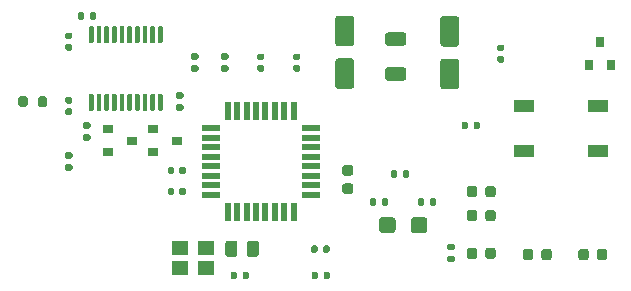
<source format=gtp>
G04 #@! TF.GenerationSoftware,KiCad,Pcbnew,(5.1.10-1-10_14)*
G04 #@! TF.CreationDate,2021-10-23T22:51:03+02:00*
G04 #@! TF.ProjectId,roodialino,726f6f64-6961-46c6-996e-6f2e6b696361,1.0*
G04 #@! TF.SameCoordinates,Original*
G04 #@! TF.FileFunction,Paste,Top*
G04 #@! TF.FilePolarity,Positive*
%FSLAX46Y46*%
G04 Gerber Fmt 4.6, Leading zero omitted, Abs format (unit mm)*
G04 Created by KiCad (PCBNEW (5.1.10-1-10_14)) date 2021-10-23 22:51:03*
%MOMM*%
%LPD*%
G01*
G04 APERTURE LIST*
%ADD10R,1.400000X1.200000*%
%ADD11R,0.800000X0.900000*%
%ADD12R,0.900000X0.800000*%
%ADD13R,1.700000X1.000000*%
%ADD14R,1.600000X0.550000*%
%ADD15R,0.550000X1.600000*%
G04 APERTURE END LIST*
G36*
G01*
X152926000Y-114763999D02*
X152926000Y-115614001D01*
G75*
G02*
X152676001Y-115864000I-249999J0D01*
G01*
X151775999Y-115864000D01*
G75*
G02*
X151526000Y-115614001I0J249999D01*
G01*
X151526000Y-114763999D01*
G75*
G02*
X151775999Y-114514000I249999J0D01*
G01*
X152676001Y-114514000D01*
G75*
G02*
X152926000Y-114763999I0J-249999D01*
G01*
G37*
G36*
G01*
X150226000Y-114763999D02*
X150226000Y-115614001D01*
G75*
G02*
X149976001Y-115864000I-249999J0D01*
G01*
X149075999Y-115864000D01*
G75*
G02*
X148826000Y-115614001I0J249999D01*
G01*
X148826000Y-114763999D01*
G75*
G02*
X149075999Y-114514000I249999J0D01*
G01*
X149976001Y-114514000D01*
G75*
G02*
X150226000Y-114763999I0J-249999D01*
G01*
G37*
G36*
G01*
X150382000Y-110686000D02*
X150382000Y-111056000D01*
G75*
G02*
X150247000Y-111191000I-135000J0D01*
G01*
X149977000Y-111191000D01*
G75*
G02*
X149842000Y-111056000I0J135000D01*
G01*
X149842000Y-110686000D01*
G75*
G02*
X149977000Y-110551000I135000J0D01*
G01*
X150247000Y-110551000D01*
G75*
G02*
X150382000Y-110686000I0J-135000D01*
G01*
G37*
G36*
G01*
X151402000Y-110686000D02*
X151402000Y-111056000D01*
G75*
G02*
X151267000Y-111191000I-135000J0D01*
G01*
X150997000Y-111191000D01*
G75*
G02*
X150862000Y-111056000I0J135000D01*
G01*
X150862000Y-110686000D01*
G75*
G02*
X150997000Y-110551000I135000J0D01*
G01*
X151267000Y-110551000D01*
G75*
G02*
X151402000Y-110686000I0J-135000D01*
G01*
G37*
D10*
X131996000Y-118833000D03*
X134196000Y-118833000D03*
X134196000Y-117133000D03*
X131996000Y-117133000D03*
G36*
G01*
X146428000Y-112557000D02*
X145928000Y-112557000D01*
G75*
G02*
X145703000Y-112332000I0J225000D01*
G01*
X145703000Y-111882000D01*
G75*
G02*
X145928000Y-111657000I225000J0D01*
G01*
X146428000Y-111657000D01*
G75*
G02*
X146653000Y-111882000I0J-225000D01*
G01*
X146653000Y-112332000D01*
G75*
G02*
X146428000Y-112557000I-225000J0D01*
G01*
G37*
G36*
G01*
X146428000Y-111007000D02*
X145928000Y-111007000D01*
G75*
G02*
X145703000Y-110782000I0J225000D01*
G01*
X145703000Y-110332000D01*
G75*
G02*
X145928000Y-110107000I225000J0D01*
G01*
X146428000Y-110107000D01*
G75*
G02*
X146653000Y-110332000I0J-225000D01*
G01*
X146653000Y-110782000D01*
G75*
G02*
X146428000Y-111007000I-225000J0D01*
G01*
G37*
G36*
G01*
X131900000Y-110740000D02*
X131900000Y-110400000D01*
G75*
G02*
X132040000Y-110260000I140000J0D01*
G01*
X132320000Y-110260000D01*
G75*
G02*
X132460000Y-110400000I0J-140000D01*
G01*
X132460000Y-110740000D01*
G75*
G02*
X132320000Y-110880000I-140000J0D01*
G01*
X132040000Y-110880000D01*
G75*
G02*
X131900000Y-110740000I0J140000D01*
G01*
G37*
G36*
G01*
X130940000Y-110740000D02*
X130940000Y-110400000D01*
G75*
G02*
X131080000Y-110260000I140000J0D01*
G01*
X131360000Y-110260000D01*
G75*
G02*
X131500000Y-110400000I0J-140000D01*
G01*
X131500000Y-110740000D01*
G75*
G02*
X131360000Y-110880000I-140000J0D01*
G01*
X131080000Y-110880000D01*
G75*
G02*
X130940000Y-110740000I0J140000D01*
G01*
G37*
G36*
G01*
X130940000Y-112518000D02*
X130940000Y-112178000D01*
G75*
G02*
X131080000Y-112038000I140000J0D01*
G01*
X131360000Y-112038000D01*
G75*
G02*
X131500000Y-112178000I0J-140000D01*
G01*
X131500000Y-112518000D01*
G75*
G02*
X131360000Y-112658000I-140000J0D01*
G01*
X131080000Y-112658000D01*
G75*
G02*
X130940000Y-112518000I0J140000D01*
G01*
G37*
G36*
G01*
X131900000Y-112518000D02*
X131900000Y-112178000D01*
G75*
G02*
X132040000Y-112038000I140000J0D01*
G01*
X132320000Y-112038000D01*
G75*
G02*
X132460000Y-112178000I0J-140000D01*
G01*
X132460000Y-112518000D01*
G75*
G02*
X132320000Y-112658000I-140000J0D01*
G01*
X132040000Y-112658000D01*
G75*
G02*
X131900000Y-112518000I0J140000D01*
G01*
G37*
G36*
G01*
X150892001Y-102968000D02*
X149591999Y-102968000D01*
G75*
G02*
X149342000Y-102718001I0J249999D01*
G01*
X149342000Y-102067999D01*
G75*
G02*
X149591999Y-101818000I249999J0D01*
G01*
X150892001Y-101818000D01*
G75*
G02*
X151142000Y-102067999I0J-249999D01*
G01*
X151142000Y-102718001D01*
G75*
G02*
X150892001Y-102968000I-249999J0D01*
G01*
G37*
G36*
G01*
X150892001Y-100018000D02*
X149591999Y-100018000D01*
G75*
G02*
X149342000Y-99768001I0J249999D01*
G01*
X149342000Y-99117999D01*
G75*
G02*
X149591999Y-98868000I249999J0D01*
G01*
X150892001Y-98868000D01*
G75*
G02*
X151142000Y-99117999I0J-249999D01*
G01*
X151142000Y-99768001D01*
G75*
G02*
X150892001Y-100018000I-249999J0D01*
G01*
G37*
G36*
G01*
X158706000Y-112091750D02*
X158706000Y-112604250D01*
G75*
G02*
X158487250Y-112823000I-218750J0D01*
G01*
X158049750Y-112823000D01*
G75*
G02*
X157831000Y-112604250I0J218750D01*
G01*
X157831000Y-112091750D01*
G75*
G02*
X158049750Y-111873000I218750J0D01*
G01*
X158487250Y-111873000D01*
G75*
G02*
X158706000Y-112091750I0J-218750D01*
G01*
G37*
G36*
G01*
X157131000Y-112091750D02*
X157131000Y-112604250D01*
G75*
G02*
X156912250Y-112823000I-218750J0D01*
G01*
X156474750Y-112823000D01*
G75*
G02*
X156256000Y-112604250I0J218750D01*
G01*
X156256000Y-112091750D01*
G75*
G02*
X156474750Y-111873000I218750J0D01*
G01*
X156912250Y-111873000D01*
G75*
G02*
X157131000Y-112091750I0J-218750D01*
G01*
G37*
G36*
G01*
X157131000Y-114123750D02*
X157131000Y-114636250D01*
G75*
G02*
X156912250Y-114855000I-218750J0D01*
G01*
X156474750Y-114855000D01*
G75*
G02*
X156256000Y-114636250I0J218750D01*
G01*
X156256000Y-114123750D01*
G75*
G02*
X156474750Y-113905000I218750J0D01*
G01*
X156912250Y-113905000D01*
G75*
G02*
X157131000Y-114123750I0J-218750D01*
G01*
G37*
G36*
G01*
X158706000Y-114123750D02*
X158706000Y-114636250D01*
G75*
G02*
X158487250Y-114855000I-218750J0D01*
G01*
X158049750Y-114855000D01*
G75*
G02*
X157831000Y-114636250I0J218750D01*
G01*
X157831000Y-114123750D01*
G75*
G02*
X158049750Y-113905000I218750J0D01*
G01*
X158487250Y-113905000D01*
G75*
G02*
X158706000Y-114123750I0J-218750D01*
G01*
G37*
G36*
G01*
X158706000Y-117324150D02*
X158706000Y-117836650D01*
G75*
G02*
X158487250Y-118055400I-218750J0D01*
G01*
X158049750Y-118055400D01*
G75*
G02*
X157831000Y-117836650I0J218750D01*
G01*
X157831000Y-117324150D01*
G75*
G02*
X158049750Y-117105400I218750J0D01*
G01*
X158487250Y-117105400D01*
G75*
G02*
X158706000Y-117324150I0J-218750D01*
G01*
G37*
G36*
G01*
X157131000Y-117324150D02*
X157131000Y-117836650D01*
G75*
G02*
X156912250Y-118055400I-218750J0D01*
G01*
X156474750Y-118055400D01*
G75*
G02*
X156256000Y-117836650I0J218750D01*
G01*
X156256000Y-117324150D01*
G75*
G02*
X156474750Y-117105400I218750J0D01*
G01*
X156912250Y-117105400D01*
G75*
G02*
X157131000Y-117324150I0J-218750D01*
G01*
G37*
D11*
X167514000Y-99664000D03*
X168464000Y-101664000D03*
X166564000Y-101664000D03*
D12*
X125874000Y-107080000D03*
X125874000Y-108980000D03*
X127874000Y-108030000D03*
X129684000Y-107080000D03*
X129684000Y-108980000D03*
X131684000Y-108030000D03*
G36*
G01*
X138661200Y-116745598D02*
X138661200Y-117645602D01*
G75*
G02*
X138411202Y-117895600I-249998J0D01*
G01*
X137886198Y-117895600D01*
G75*
G02*
X137636200Y-117645602I0J249998D01*
G01*
X137636200Y-116745598D01*
G75*
G02*
X137886198Y-116495600I249998J0D01*
G01*
X138411202Y-116495600D01*
G75*
G02*
X138661200Y-116745598I0J-249998D01*
G01*
G37*
G36*
G01*
X136836200Y-116745598D02*
X136836200Y-117645602D01*
G75*
G02*
X136586202Y-117895600I-249998J0D01*
G01*
X136061198Y-117895600D01*
G75*
G02*
X135811200Y-117645602I0J249998D01*
G01*
X135811200Y-116745598D01*
G75*
G02*
X136061198Y-116495600I249998J0D01*
G01*
X136586202Y-116495600D01*
G75*
G02*
X136836200Y-116745598I0J-249998D01*
G01*
G37*
G36*
G01*
X136793000Y-119275000D02*
X136793000Y-119645000D01*
G75*
G02*
X136658000Y-119780000I-135000J0D01*
G01*
X136388000Y-119780000D01*
G75*
G02*
X136253000Y-119645000I0J135000D01*
G01*
X136253000Y-119275000D01*
G75*
G02*
X136388000Y-119140000I135000J0D01*
G01*
X136658000Y-119140000D01*
G75*
G02*
X136793000Y-119275000I0J-135000D01*
G01*
G37*
G36*
G01*
X137813000Y-119275000D02*
X137813000Y-119645000D01*
G75*
G02*
X137678000Y-119780000I-135000J0D01*
G01*
X137408000Y-119780000D01*
G75*
G02*
X137273000Y-119645000I0J135000D01*
G01*
X137273000Y-119275000D01*
G75*
G02*
X137408000Y-119140000I135000J0D01*
G01*
X137678000Y-119140000D01*
G75*
G02*
X137813000Y-119275000I0J-135000D01*
G01*
G37*
G36*
G01*
X143111000Y-119645000D02*
X143111000Y-119275000D01*
G75*
G02*
X143246000Y-119140000I135000J0D01*
G01*
X143516000Y-119140000D01*
G75*
G02*
X143651000Y-119275000I0J-135000D01*
G01*
X143651000Y-119645000D01*
G75*
G02*
X143516000Y-119780000I-135000J0D01*
G01*
X143246000Y-119780000D01*
G75*
G02*
X143111000Y-119645000I0J135000D01*
G01*
G37*
G36*
G01*
X144131000Y-119645000D02*
X144131000Y-119275000D01*
G75*
G02*
X144266000Y-119140000I135000J0D01*
G01*
X144536000Y-119140000D01*
G75*
G02*
X144671000Y-119275000I0J-135000D01*
G01*
X144671000Y-119645000D01*
G75*
G02*
X144536000Y-119780000I-135000J0D01*
G01*
X144266000Y-119780000D01*
G75*
G02*
X144131000Y-119645000I0J135000D01*
G01*
G37*
G36*
G01*
X124319000Y-97670200D02*
X124319000Y-97300200D01*
G75*
G02*
X124454000Y-97165200I135000J0D01*
G01*
X124724000Y-97165200D01*
G75*
G02*
X124859000Y-97300200I0J-135000D01*
G01*
X124859000Y-97670200D01*
G75*
G02*
X124724000Y-97805200I-135000J0D01*
G01*
X124454000Y-97805200D01*
G75*
G02*
X124319000Y-97670200I0J135000D01*
G01*
G37*
G36*
G01*
X123299000Y-97670200D02*
X123299000Y-97300200D01*
G75*
G02*
X123434000Y-97165200I135000J0D01*
G01*
X123704000Y-97165200D01*
G75*
G02*
X123839000Y-97300200I0J-135000D01*
G01*
X123839000Y-97670200D01*
G75*
G02*
X123704000Y-97805200I-135000J0D01*
G01*
X123434000Y-97805200D01*
G75*
G02*
X123299000Y-97670200I0J135000D01*
G01*
G37*
G36*
G01*
X122741000Y-109568000D02*
X122371000Y-109568000D01*
G75*
G02*
X122236000Y-109433000I0J135000D01*
G01*
X122236000Y-109163000D01*
G75*
G02*
X122371000Y-109028000I135000J0D01*
G01*
X122741000Y-109028000D01*
G75*
G02*
X122876000Y-109163000I0J-135000D01*
G01*
X122876000Y-109433000D01*
G75*
G02*
X122741000Y-109568000I-135000J0D01*
G01*
G37*
G36*
G01*
X122741000Y-110588000D02*
X122371000Y-110588000D01*
G75*
G02*
X122236000Y-110453000I0J135000D01*
G01*
X122236000Y-110183000D01*
G75*
G02*
X122371000Y-110048000I135000J0D01*
G01*
X122741000Y-110048000D01*
G75*
G02*
X122876000Y-110183000I0J-135000D01*
G01*
X122876000Y-110453000D01*
G75*
G02*
X122741000Y-110588000I-135000J0D01*
G01*
G37*
G36*
G01*
X133409000Y-102206000D02*
X133039000Y-102206000D01*
G75*
G02*
X132904000Y-102071000I0J135000D01*
G01*
X132904000Y-101801000D01*
G75*
G02*
X133039000Y-101666000I135000J0D01*
G01*
X133409000Y-101666000D01*
G75*
G02*
X133544000Y-101801000I0J-135000D01*
G01*
X133544000Y-102071000D01*
G75*
G02*
X133409000Y-102206000I-135000J0D01*
G01*
G37*
G36*
G01*
X133409000Y-101186000D02*
X133039000Y-101186000D01*
G75*
G02*
X132904000Y-101051000I0J135000D01*
G01*
X132904000Y-100781000D01*
G75*
G02*
X133039000Y-100646000I135000J0D01*
G01*
X133409000Y-100646000D01*
G75*
G02*
X133544000Y-100781000I0J-135000D01*
G01*
X133544000Y-101051000D01*
G75*
G02*
X133409000Y-101186000I-135000J0D01*
G01*
G37*
G36*
G01*
X123895000Y-106488000D02*
X124265000Y-106488000D01*
G75*
G02*
X124400000Y-106623000I0J-135000D01*
G01*
X124400000Y-106893000D01*
G75*
G02*
X124265000Y-107028000I-135000J0D01*
G01*
X123895000Y-107028000D01*
G75*
G02*
X123760000Y-106893000I0J135000D01*
G01*
X123760000Y-106623000D01*
G75*
G02*
X123895000Y-106488000I135000J0D01*
G01*
G37*
G36*
G01*
X123895000Y-107508000D02*
X124265000Y-107508000D01*
G75*
G02*
X124400000Y-107643000I0J-135000D01*
G01*
X124400000Y-107913000D01*
G75*
G02*
X124265000Y-108048000I-135000J0D01*
G01*
X123895000Y-108048000D01*
G75*
G02*
X123760000Y-107913000I0J135000D01*
G01*
X123760000Y-107643000D01*
G75*
G02*
X123895000Y-107508000I135000J0D01*
G01*
G37*
G36*
G01*
X132139000Y-104488000D02*
X131769000Y-104488000D01*
G75*
G02*
X131634000Y-104353000I0J135000D01*
G01*
X131634000Y-104083000D01*
G75*
G02*
X131769000Y-103948000I135000J0D01*
G01*
X132139000Y-103948000D01*
G75*
G02*
X132274000Y-104083000I0J-135000D01*
G01*
X132274000Y-104353000D01*
G75*
G02*
X132139000Y-104488000I-135000J0D01*
G01*
G37*
G36*
G01*
X132139000Y-105508000D02*
X131769000Y-105508000D01*
G75*
G02*
X131634000Y-105373000I0J135000D01*
G01*
X131634000Y-105103000D01*
G75*
G02*
X131769000Y-104968000I135000J0D01*
G01*
X132139000Y-104968000D01*
G75*
G02*
X132274000Y-105103000I0J-135000D01*
G01*
X132274000Y-105373000D01*
G75*
G02*
X132139000Y-105508000I-135000J0D01*
G01*
G37*
D13*
X167362000Y-108914000D03*
X161062000Y-108914000D03*
X167362000Y-105114000D03*
X161062000Y-105114000D03*
D14*
X134562000Y-107008000D03*
X134562000Y-107808000D03*
X134562000Y-108608000D03*
X134562000Y-109408000D03*
X134562000Y-110208000D03*
X134562000Y-111008000D03*
X134562000Y-111808000D03*
X134562000Y-112608000D03*
D15*
X136012000Y-114058000D03*
X136812000Y-114058000D03*
X137612000Y-114058000D03*
X138412000Y-114058000D03*
X139212000Y-114058000D03*
X140012000Y-114058000D03*
X140812000Y-114058000D03*
X141612000Y-114058000D03*
D14*
X143062000Y-112608000D03*
X143062000Y-111808000D03*
X143062000Y-111008000D03*
X143062000Y-110208000D03*
X143062000Y-109408000D03*
X143062000Y-108608000D03*
X143062000Y-107808000D03*
X143062000Y-107008000D03*
D15*
X141612000Y-105558000D03*
X140812000Y-105558000D03*
X140012000Y-105558000D03*
X139212000Y-105558000D03*
X138412000Y-105558000D03*
X137612000Y-105558000D03*
X136812000Y-105558000D03*
X136012000Y-105558000D03*
G36*
G01*
X130207000Y-98334000D02*
X130407000Y-98334000D01*
G75*
G02*
X130507000Y-98434000I0J-100000D01*
G01*
X130507000Y-99709000D01*
G75*
G02*
X130407000Y-99809000I-100000J0D01*
G01*
X130207000Y-99809000D01*
G75*
G02*
X130107000Y-99709000I0J100000D01*
G01*
X130107000Y-98434000D01*
G75*
G02*
X130207000Y-98334000I100000J0D01*
G01*
G37*
G36*
G01*
X129557000Y-98334000D02*
X129757000Y-98334000D01*
G75*
G02*
X129857000Y-98434000I0J-100000D01*
G01*
X129857000Y-99709000D01*
G75*
G02*
X129757000Y-99809000I-100000J0D01*
G01*
X129557000Y-99809000D01*
G75*
G02*
X129457000Y-99709000I0J100000D01*
G01*
X129457000Y-98434000D01*
G75*
G02*
X129557000Y-98334000I100000J0D01*
G01*
G37*
G36*
G01*
X128907000Y-98334000D02*
X129107000Y-98334000D01*
G75*
G02*
X129207000Y-98434000I0J-100000D01*
G01*
X129207000Y-99709000D01*
G75*
G02*
X129107000Y-99809000I-100000J0D01*
G01*
X128907000Y-99809000D01*
G75*
G02*
X128807000Y-99709000I0J100000D01*
G01*
X128807000Y-98434000D01*
G75*
G02*
X128907000Y-98334000I100000J0D01*
G01*
G37*
G36*
G01*
X128257000Y-98334000D02*
X128457000Y-98334000D01*
G75*
G02*
X128557000Y-98434000I0J-100000D01*
G01*
X128557000Y-99709000D01*
G75*
G02*
X128457000Y-99809000I-100000J0D01*
G01*
X128257000Y-99809000D01*
G75*
G02*
X128157000Y-99709000I0J100000D01*
G01*
X128157000Y-98434000D01*
G75*
G02*
X128257000Y-98334000I100000J0D01*
G01*
G37*
G36*
G01*
X127607000Y-98334000D02*
X127807000Y-98334000D01*
G75*
G02*
X127907000Y-98434000I0J-100000D01*
G01*
X127907000Y-99709000D01*
G75*
G02*
X127807000Y-99809000I-100000J0D01*
G01*
X127607000Y-99809000D01*
G75*
G02*
X127507000Y-99709000I0J100000D01*
G01*
X127507000Y-98434000D01*
G75*
G02*
X127607000Y-98334000I100000J0D01*
G01*
G37*
G36*
G01*
X126957000Y-98334000D02*
X127157000Y-98334000D01*
G75*
G02*
X127257000Y-98434000I0J-100000D01*
G01*
X127257000Y-99709000D01*
G75*
G02*
X127157000Y-99809000I-100000J0D01*
G01*
X126957000Y-99809000D01*
G75*
G02*
X126857000Y-99709000I0J100000D01*
G01*
X126857000Y-98434000D01*
G75*
G02*
X126957000Y-98334000I100000J0D01*
G01*
G37*
G36*
G01*
X126307000Y-98334000D02*
X126507000Y-98334000D01*
G75*
G02*
X126607000Y-98434000I0J-100000D01*
G01*
X126607000Y-99709000D01*
G75*
G02*
X126507000Y-99809000I-100000J0D01*
G01*
X126307000Y-99809000D01*
G75*
G02*
X126207000Y-99709000I0J100000D01*
G01*
X126207000Y-98434000D01*
G75*
G02*
X126307000Y-98334000I100000J0D01*
G01*
G37*
G36*
G01*
X125657000Y-98334000D02*
X125857000Y-98334000D01*
G75*
G02*
X125957000Y-98434000I0J-100000D01*
G01*
X125957000Y-99709000D01*
G75*
G02*
X125857000Y-99809000I-100000J0D01*
G01*
X125657000Y-99809000D01*
G75*
G02*
X125557000Y-99709000I0J100000D01*
G01*
X125557000Y-98434000D01*
G75*
G02*
X125657000Y-98334000I100000J0D01*
G01*
G37*
G36*
G01*
X125007000Y-98334000D02*
X125207000Y-98334000D01*
G75*
G02*
X125307000Y-98434000I0J-100000D01*
G01*
X125307000Y-99709000D01*
G75*
G02*
X125207000Y-99809000I-100000J0D01*
G01*
X125007000Y-99809000D01*
G75*
G02*
X124907000Y-99709000I0J100000D01*
G01*
X124907000Y-98434000D01*
G75*
G02*
X125007000Y-98334000I100000J0D01*
G01*
G37*
G36*
G01*
X124357000Y-98334000D02*
X124557000Y-98334000D01*
G75*
G02*
X124657000Y-98434000I0J-100000D01*
G01*
X124657000Y-99709000D01*
G75*
G02*
X124557000Y-99809000I-100000J0D01*
G01*
X124357000Y-99809000D01*
G75*
G02*
X124257000Y-99709000I0J100000D01*
G01*
X124257000Y-98434000D01*
G75*
G02*
X124357000Y-98334000I100000J0D01*
G01*
G37*
G36*
G01*
X124357000Y-104059000D02*
X124557000Y-104059000D01*
G75*
G02*
X124657000Y-104159000I0J-100000D01*
G01*
X124657000Y-105434000D01*
G75*
G02*
X124557000Y-105534000I-100000J0D01*
G01*
X124357000Y-105534000D01*
G75*
G02*
X124257000Y-105434000I0J100000D01*
G01*
X124257000Y-104159000D01*
G75*
G02*
X124357000Y-104059000I100000J0D01*
G01*
G37*
G36*
G01*
X125007000Y-104059000D02*
X125207000Y-104059000D01*
G75*
G02*
X125307000Y-104159000I0J-100000D01*
G01*
X125307000Y-105434000D01*
G75*
G02*
X125207000Y-105534000I-100000J0D01*
G01*
X125007000Y-105534000D01*
G75*
G02*
X124907000Y-105434000I0J100000D01*
G01*
X124907000Y-104159000D01*
G75*
G02*
X125007000Y-104059000I100000J0D01*
G01*
G37*
G36*
G01*
X125657000Y-104059000D02*
X125857000Y-104059000D01*
G75*
G02*
X125957000Y-104159000I0J-100000D01*
G01*
X125957000Y-105434000D01*
G75*
G02*
X125857000Y-105534000I-100000J0D01*
G01*
X125657000Y-105534000D01*
G75*
G02*
X125557000Y-105434000I0J100000D01*
G01*
X125557000Y-104159000D01*
G75*
G02*
X125657000Y-104059000I100000J0D01*
G01*
G37*
G36*
G01*
X126307000Y-104059000D02*
X126507000Y-104059000D01*
G75*
G02*
X126607000Y-104159000I0J-100000D01*
G01*
X126607000Y-105434000D01*
G75*
G02*
X126507000Y-105534000I-100000J0D01*
G01*
X126307000Y-105534000D01*
G75*
G02*
X126207000Y-105434000I0J100000D01*
G01*
X126207000Y-104159000D01*
G75*
G02*
X126307000Y-104059000I100000J0D01*
G01*
G37*
G36*
G01*
X126957000Y-104059000D02*
X127157000Y-104059000D01*
G75*
G02*
X127257000Y-104159000I0J-100000D01*
G01*
X127257000Y-105434000D01*
G75*
G02*
X127157000Y-105534000I-100000J0D01*
G01*
X126957000Y-105534000D01*
G75*
G02*
X126857000Y-105434000I0J100000D01*
G01*
X126857000Y-104159000D01*
G75*
G02*
X126957000Y-104059000I100000J0D01*
G01*
G37*
G36*
G01*
X127607000Y-104059000D02*
X127807000Y-104059000D01*
G75*
G02*
X127907000Y-104159000I0J-100000D01*
G01*
X127907000Y-105434000D01*
G75*
G02*
X127807000Y-105534000I-100000J0D01*
G01*
X127607000Y-105534000D01*
G75*
G02*
X127507000Y-105434000I0J100000D01*
G01*
X127507000Y-104159000D01*
G75*
G02*
X127607000Y-104059000I100000J0D01*
G01*
G37*
G36*
G01*
X128257000Y-104059000D02*
X128457000Y-104059000D01*
G75*
G02*
X128557000Y-104159000I0J-100000D01*
G01*
X128557000Y-105434000D01*
G75*
G02*
X128457000Y-105534000I-100000J0D01*
G01*
X128257000Y-105534000D01*
G75*
G02*
X128157000Y-105434000I0J100000D01*
G01*
X128157000Y-104159000D01*
G75*
G02*
X128257000Y-104059000I100000J0D01*
G01*
G37*
G36*
G01*
X128907000Y-104059000D02*
X129107000Y-104059000D01*
G75*
G02*
X129207000Y-104159000I0J-100000D01*
G01*
X129207000Y-105434000D01*
G75*
G02*
X129107000Y-105534000I-100000J0D01*
G01*
X128907000Y-105534000D01*
G75*
G02*
X128807000Y-105434000I0J100000D01*
G01*
X128807000Y-104159000D01*
G75*
G02*
X128907000Y-104059000I100000J0D01*
G01*
G37*
G36*
G01*
X129557000Y-104059000D02*
X129757000Y-104059000D01*
G75*
G02*
X129857000Y-104159000I0J-100000D01*
G01*
X129857000Y-105434000D01*
G75*
G02*
X129757000Y-105534000I-100000J0D01*
G01*
X129557000Y-105534000D01*
G75*
G02*
X129457000Y-105434000I0J100000D01*
G01*
X129457000Y-104159000D01*
G75*
G02*
X129557000Y-104059000I100000J0D01*
G01*
G37*
G36*
G01*
X130207000Y-104059000D02*
X130407000Y-104059000D01*
G75*
G02*
X130507000Y-104159000I0J-100000D01*
G01*
X130507000Y-105434000D01*
G75*
G02*
X130407000Y-105534000I-100000J0D01*
G01*
X130207000Y-105534000D01*
G75*
G02*
X130107000Y-105434000I0J100000D01*
G01*
X130107000Y-104159000D01*
G75*
G02*
X130207000Y-104059000I100000J0D01*
G01*
G37*
G36*
G01*
X135949000Y-102206000D02*
X135579000Y-102206000D01*
G75*
G02*
X135444000Y-102071000I0J135000D01*
G01*
X135444000Y-101801000D01*
G75*
G02*
X135579000Y-101666000I135000J0D01*
G01*
X135949000Y-101666000D01*
G75*
G02*
X136084000Y-101801000I0J-135000D01*
G01*
X136084000Y-102071000D01*
G75*
G02*
X135949000Y-102206000I-135000J0D01*
G01*
G37*
G36*
G01*
X135949000Y-101186000D02*
X135579000Y-101186000D01*
G75*
G02*
X135444000Y-101051000I0J135000D01*
G01*
X135444000Y-100781000D01*
G75*
G02*
X135579000Y-100646000I135000J0D01*
G01*
X135949000Y-100646000D01*
G75*
G02*
X136084000Y-100781000I0J-135000D01*
G01*
X136084000Y-101051000D01*
G75*
G02*
X135949000Y-101186000I-135000J0D01*
G01*
G37*
G36*
G01*
X155363000Y-100084000D02*
X154263000Y-100084000D01*
G75*
G02*
X154013000Y-99834000I0J250000D01*
G01*
X154013000Y-97734000D01*
G75*
G02*
X154263000Y-97484000I250000J0D01*
G01*
X155363000Y-97484000D01*
G75*
G02*
X155613000Y-97734000I0J-250000D01*
G01*
X155613000Y-99834000D01*
G75*
G02*
X155363000Y-100084000I-250000J0D01*
G01*
G37*
G36*
G01*
X155363000Y-103684000D02*
X154263000Y-103684000D01*
G75*
G02*
X154013000Y-103434000I0J250000D01*
G01*
X154013000Y-101334000D01*
G75*
G02*
X154263000Y-101084000I250000J0D01*
G01*
X155363000Y-101084000D01*
G75*
G02*
X155613000Y-101334000I0J-250000D01*
G01*
X155613000Y-103434000D01*
G75*
G02*
X155363000Y-103684000I-250000J0D01*
G01*
G37*
G36*
G01*
X146473000Y-103662000D02*
X145373000Y-103662000D01*
G75*
G02*
X145123000Y-103412000I0J250000D01*
G01*
X145123000Y-101312000D01*
G75*
G02*
X145373000Y-101062000I250000J0D01*
G01*
X146473000Y-101062000D01*
G75*
G02*
X146723000Y-101312000I0J-250000D01*
G01*
X146723000Y-103412000D01*
G75*
G02*
X146473000Y-103662000I-250000J0D01*
G01*
G37*
G36*
G01*
X146473000Y-100062000D02*
X145373000Y-100062000D01*
G75*
G02*
X145123000Y-99812000I0J250000D01*
G01*
X145123000Y-97712000D01*
G75*
G02*
X145373000Y-97462000I250000J0D01*
G01*
X146473000Y-97462000D01*
G75*
G02*
X146723000Y-97712000I0J-250000D01*
G01*
X146723000Y-99812000D01*
G75*
G02*
X146473000Y-100062000I-250000J0D01*
G01*
G37*
G36*
G01*
X157372000Y-106575000D02*
X157372000Y-106945000D01*
G75*
G02*
X157237000Y-107080000I-135000J0D01*
G01*
X156967000Y-107080000D01*
G75*
G02*
X156832000Y-106945000I0J135000D01*
G01*
X156832000Y-106575000D01*
G75*
G02*
X156967000Y-106440000I135000J0D01*
G01*
X157237000Y-106440000D01*
G75*
G02*
X157372000Y-106575000I0J-135000D01*
G01*
G37*
G36*
G01*
X156352000Y-106575000D02*
X156352000Y-106945000D01*
G75*
G02*
X156217000Y-107080000I-135000J0D01*
G01*
X155947000Y-107080000D01*
G75*
G02*
X155812000Y-106945000I0J135000D01*
G01*
X155812000Y-106575000D01*
G75*
G02*
X155947000Y-106440000I135000J0D01*
G01*
X156217000Y-106440000D01*
G75*
G02*
X156352000Y-106575000I0J-135000D01*
G01*
G37*
G36*
G01*
X144645600Y-117036000D02*
X144645600Y-117406000D01*
G75*
G02*
X144510600Y-117541000I-135000J0D01*
G01*
X144240600Y-117541000D01*
G75*
G02*
X144105600Y-117406000I0J135000D01*
G01*
X144105600Y-117036000D01*
G75*
G02*
X144240600Y-116901000I135000J0D01*
G01*
X144510600Y-116901000D01*
G75*
G02*
X144645600Y-117036000I0J-135000D01*
G01*
G37*
G36*
G01*
X143625600Y-117036000D02*
X143625600Y-117406000D01*
G75*
G02*
X143490600Y-117541000I-135000J0D01*
G01*
X143220600Y-117541000D01*
G75*
G02*
X143085600Y-117406000I0J135000D01*
G01*
X143085600Y-117036000D01*
G75*
G02*
X143220600Y-116901000I135000J0D01*
G01*
X143490600Y-116901000D01*
G75*
G02*
X143625600Y-117036000I0J-135000D01*
G01*
G37*
G36*
G01*
X152669000Y-113052000D02*
X152669000Y-113422000D01*
G75*
G02*
X152534000Y-113557000I-135000J0D01*
G01*
X152264000Y-113557000D01*
G75*
G02*
X152129000Y-113422000I0J135000D01*
G01*
X152129000Y-113052000D01*
G75*
G02*
X152264000Y-112917000I135000J0D01*
G01*
X152534000Y-112917000D01*
G75*
G02*
X152669000Y-113052000I0J-135000D01*
G01*
G37*
G36*
G01*
X153689000Y-113052000D02*
X153689000Y-113422000D01*
G75*
G02*
X153554000Y-113557000I-135000J0D01*
G01*
X153284000Y-113557000D01*
G75*
G02*
X153149000Y-113422000I0J135000D01*
G01*
X153149000Y-113052000D01*
G75*
G02*
X153284000Y-112917000I135000J0D01*
G01*
X153554000Y-112917000D01*
G75*
G02*
X153689000Y-113052000I0J-135000D01*
G01*
G37*
G36*
G01*
X149625000Y-113052000D02*
X149625000Y-113422000D01*
G75*
G02*
X149490000Y-113557000I-135000J0D01*
G01*
X149220000Y-113557000D01*
G75*
G02*
X149085000Y-113422000I0J135000D01*
G01*
X149085000Y-113052000D01*
G75*
G02*
X149220000Y-112917000I135000J0D01*
G01*
X149490000Y-112917000D01*
G75*
G02*
X149625000Y-113052000I0J-135000D01*
G01*
G37*
G36*
G01*
X148605000Y-113052000D02*
X148605000Y-113422000D01*
G75*
G02*
X148470000Y-113557000I-135000J0D01*
G01*
X148200000Y-113557000D01*
G75*
G02*
X148065000Y-113422000I0J135000D01*
G01*
X148065000Y-113052000D01*
G75*
G02*
X148200000Y-112917000I135000J0D01*
G01*
X148470000Y-112917000D01*
G75*
G02*
X148605000Y-113052000I0J-135000D01*
G01*
G37*
G36*
G01*
X138642000Y-100666000D02*
X138982000Y-100666000D01*
G75*
G02*
X139122000Y-100806000I0J-140000D01*
G01*
X139122000Y-101086000D01*
G75*
G02*
X138982000Y-101226000I-140000J0D01*
G01*
X138642000Y-101226000D01*
G75*
G02*
X138502000Y-101086000I0J140000D01*
G01*
X138502000Y-100806000D01*
G75*
G02*
X138642000Y-100666000I140000J0D01*
G01*
G37*
G36*
G01*
X138642000Y-101626000D02*
X138982000Y-101626000D01*
G75*
G02*
X139122000Y-101766000I0J-140000D01*
G01*
X139122000Y-102046000D01*
G75*
G02*
X138982000Y-102186000I-140000J0D01*
G01*
X138642000Y-102186000D01*
G75*
G02*
X138502000Y-102046000I0J140000D01*
G01*
X138502000Y-101766000D01*
G75*
G02*
X138642000Y-101626000I140000J0D01*
G01*
G37*
G36*
G01*
X158962000Y-99904000D02*
X159302000Y-99904000D01*
G75*
G02*
X159442000Y-100044000I0J-140000D01*
G01*
X159442000Y-100324000D01*
G75*
G02*
X159302000Y-100464000I-140000J0D01*
G01*
X158962000Y-100464000D01*
G75*
G02*
X158822000Y-100324000I0J140000D01*
G01*
X158822000Y-100044000D01*
G75*
G02*
X158962000Y-99904000I140000J0D01*
G01*
G37*
G36*
G01*
X158962000Y-100864000D02*
X159302000Y-100864000D01*
G75*
G02*
X159442000Y-101004000I0J-140000D01*
G01*
X159442000Y-101284000D01*
G75*
G02*
X159302000Y-101424000I-140000J0D01*
G01*
X158962000Y-101424000D01*
G75*
G02*
X158822000Y-101284000I0J140000D01*
G01*
X158822000Y-101004000D01*
G75*
G02*
X158962000Y-100864000I140000J0D01*
G01*
G37*
G36*
G01*
X141690000Y-101626000D02*
X142030000Y-101626000D01*
G75*
G02*
X142170000Y-101766000I0J-140000D01*
G01*
X142170000Y-102046000D01*
G75*
G02*
X142030000Y-102186000I-140000J0D01*
G01*
X141690000Y-102186000D01*
G75*
G02*
X141550000Y-102046000I0J140000D01*
G01*
X141550000Y-101766000D01*
G75*
G02*
X141690000Y-101626000I140000J0D01*
G01*
G37*
G36*
G01*
X141690000Y-100666000D02*
X142030000Y-100666000D01*
G75*
G02*
X142170000Y-100806000I0J-140000D01*
G01*
X142170000Y-101086000D01*
G75*
G02*
X142030000Y-101226000I-140000J0D01*
G01*
X141690000Y-101226000D01*
G75*
G02*
X141550000Y-101086000I0J140000D01*
G01*
X141550000Y-100806000D01*
G75*
G02*
X141690000Y-100666000I140000J0D01*
G01*
G37*
G36*
G01*
X122386000Y-104345200D02*
X122726000Y-104345200D01*
G75*
G02*
X122866000Y-104485200I0J-140000D01*
G01*
X122866000Y-104765200D01*
G75*
G02*
X122726000Y-104905200I-140000J0D01*
G01*
X122386000Y-104905200D01*
G75*
G02*
X122246000Y-104765200I0J140000D01*
G01*
X122246000Y-104485200D01*
G75*
G02*
X122386000Y-104345200I140000J0D01*
G01*
G37*
G36*
G01*
X122386000Y-105305200D02*
X122726000Y-105305200D01*
G75*
G02*
X122866000Y-105445200I0J-140000D01*
G01*
X122866000Y-105725200D01*
G75*
G02*
X122726000Y-105865200I-140000J0D01*
G01*
X122386000Y-105865200D01*
G75*
G02*
X122246000Y-105725200I0J140000D01*
G01*
X122246000Y-105445200D01*
G75*
G02*
X122386000Y-105305200I140000J0D01*
G01*
G37*
G36*
G01*
X122386000Y-99848000D02*
X122726000Y-99848000D01*
G75*
G02*
X122866000Y-99988000I0J-140000D01*
G01*
X122866000Y-100268000D01*
G75*
G02*
X122726000Y-100408000I-140000J0D01*
G01*
X122386000Y-100408000D01*
G75*
G02*
X122246000Y-100268000I0J140000D01*
G01*
X122246000Y-99988000D01*
G75*
G02*
X122386000Y-99848000I140000J0D01*
G01*
G37*
G36*
G01*
X122386000Y-98888000D02*
X122726000Y-98888000D01*
G75*
G02*
X122866000Y-99028000I0J-140000D01*
G01*
X122866000Y-99308000D01*
G75*
G02*
X122726000Y-99448000I-140000J0D01*
G01*
X122386000Y-99448000D01*
G75*
G02*
X122246000Y-99308000I0J140000D01*
G01*
X122246000Y-99028000D01*
G75*
G02*
X122386000Y-98888000I140000J0D01*
G01*
G37*
G36*
G01*
X163455800Y-117425750D02*
X163455800Y-117938250D01*
G75*
G02*
X163237050Y-118157000I-218750J0D01*
G01*
X162799550Y-118157000D01*
G75*
G02*
X162580800Y-117938250I0J218750D01*
G01*
X162580800Y-117425750D01*
G75*
G02*
X162799550Y-117207000I218750J0D01*
G01*
X163237050Y-117207000D01*
G75*
G02*
X163455800Y-117425750I0J-218750D01*
G01*
G37*
G36*
G01*
X161880800Y-117425750D02*
X161880800Y-117938250D01*
G75*
G02*
X161662050Y-118157000I-218750J0D01*
G01*
X161224550Y-118157000D01*
G75*
G02*
X161005800Y-117938250I0J218750D01*
G01*
X161005800Y-117425750D01*
G75*
G02*
X161224550Y-117207000I218750J0D01*
G01*
X161662050Y-117207000D01*
G75*
G02*
X161880800Y-117425750I0J-218750D01*
G01*
G37*
G36*
G01*
X166582100Y-117425750D02*
X166582100Y-117938250D01*
G75*
G02*
X166363350Y-118157000I-218750J0D01*
G01*
X165925850Y-118157000D01*
G75*
G02*
X165707100Y-117938250I0J218750D01*
G01*
X165707100Y-117425750D01*
G75*
G02*
X165925850Y-117207000I218750J0D01*
G01*
X166363350Y-117207000D01*
G75*
G02*
X166582100Y-117425750I0J-218750D01*
G01*
G37*
G36*
G01*
X168157100Y-117425750D02*
X168157100Y-117938250D01*
G75*
G02*
X167938350Y-118157000I-218750J0D01*
G01*
X167500850Y-118157000D01*
G75*
G02*
X167282100Y-117938250I0J218750D01*
G01*
X167282100Y-117425750D01*
G75*
G02*
X167500850Y-117207000I218750J0D01*
G01*
X167938350Y-117207000D01*
G75*
G02*
X168157100Y-117425750I0J-218750D01*
G01*
G37*
G36*
G01*
X120733000Y-104453000D02*
X120733000Y-105003000D01*
G75*
G02*
X120533000Y-105203000I-200000J0D01*
G01*
X120133000Y-105203000D01*
G75*
G02*
X119933000Y-105003000I0J200000D01*
G01*
X119933000Y-104453000D01*
G75*
G02*
X120133000Y-104253000I200000J0D01*
G01*
X120533000Y-104253000D01*
G75*
G02*
X120733000Y-104453000I0J-200000D01*
G01*
G37*
G36*
G01*
X119083000Y-104453000D02*
X119083000Y-105003000D01*
G75*
G02*
X118883000Y-105203000I-200000J0D01*
G01*
X118483000Y-105203000D01*
G75*
G02*
X118283000Y-105003000I0J200000D01*
G01*
X118283000Y-104453000D01*
G75*
G02*
X118483000Y-104253000I200000J0D01*
G01*
X118883000Y-104253000D01*
G75*
G02*
X119083000Y-104453000I0J-200000D01*
G01*
G37*
G36*
G01*
X154729600Y-116771200D02*
X155099600Y-116771200D01*
G75*
G02*
X155234600Y-116906200I0J-135000D01*
G01*
X155234600Y-117176200D01*
G75*
G02*
X155099600Y-117311200I-135000J0D01*
G01*
X154729600Y-117311200D01*
G75*
G02*
X154594600Y-117176200I0J135000D01*
G01*
X154594600Y-116906200D01*
G75*
G02*
X154729600Y-116771200I135000J0D01*
G01*
G37*
G36*
G01*
X154729600Y-117791200D02*
X155099600Y-117791200D01*
G75*
G02*
X155234600Y-117926200I0J-135000D01*
G01*
X155234600Y-118196200D01*
G75*
G02*
X155099600Y-118331200I-135000J0D01*
G01*
X154729600Y-118331200D01*
G75*
G02*
X154594600Y-118196200I0J135000D01*
G01*
X154594600Y-117926200D01*
G75*
G02*
X154729600Y-117791200I135000J0D01*
G01*
G37*
M02*

</source>
